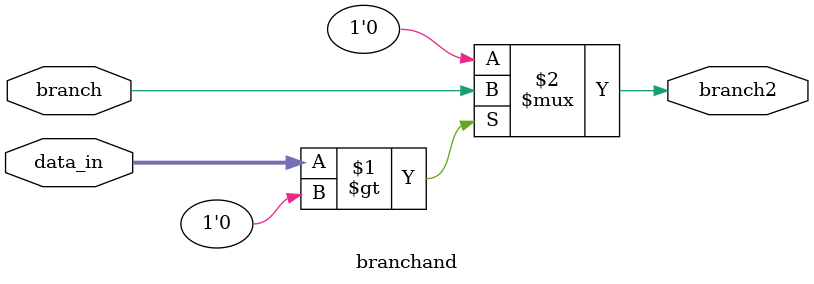
<source format=v>
`timescale 1ns / 1ps
module branchand(
input branch,
input [31:0]data_in,
output  branch2
    );

assign branch2 = (data_in>1'b0 ? branch : 1'b0);

endmodule

</source>
